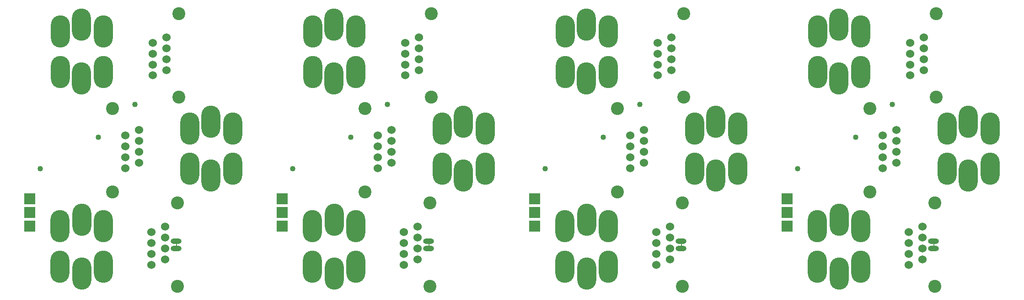
<source format=gbr>
%FSLAX23Y23*%
%MOIN*%
%ADD16O,0.07874X0.03937*%
%ADD19O,0.13780X0.23622*%
%ADD17R,0.01000X0.02000*%
%ADD14R,0.08000X0.08000*%
%ADD70C,0.04000*%
%ADD11C,0.06000*%
%ADD12C,0.09449*%
X000Y000D02*
D02*
D11*
X807Y1374D03*
X807Y1214D03*
X807Y1134D03*
X808Y1294D03*
X907Y1334D03*
X907Y1174D03*
X908Y1413D03*
X908Y1254D03*
X997Y586D03*
X997Y427D03*
X998Y666D03*
X998Y506D03*
X1007Y1971D03*
X1007Y1812D03*
X1008Y2051D03*
X1008Y1891D03*
X1097Y546D03*
X1098Y706D03*
X1098Y626D03*
X1098Y466D03*
X1107Y1931D03*
X1108Y2091D03*
X1108Y2011D03*
X1108Y1851D03*
X2647Y1374D03*
X2647Y1214D03*
X2647Y1134D03*
X2648Y1294D03*
X2747Y1334D03*
X2747Y1174D03*
X2748Y1413D03*
X2748Y1254D03*
X2837Y586D03*
X2837Y427D03*
X2838Y666D03*
X2838Y506D03*
X2847Y1971D03*
X2847Y1812D03*
X2848Y2051D03*
X2848Y1891D03*
X2937Y546D03*
X2938Y706D03*
X2938Y626D03*
X2938Y466D03*
X2947Y1931D03*
X2948Y2091D03*
X2948Y2011D03*
X2948Y1851D03*
X4487Y1374D03*
X4487Y1214D03*
X4487Y1134D03*
X4488Y1294D03*
X4587Y1334D03*
X4587Y1174D03*
X4588Y1413D03*
X4588Y1254D03*
X4677Y586D03*
X4677Y427D03*
X4678Y666D03*
X4678Y506D03*
X4687Y1971D03*
X4687Y1812D03*
X4688Y2051D03*
X4688Y1891D03*
X4777Y546D03*
X4778Y706D03*
X4778Y626D03*
X4778Y466D03*
X4787Y1931D03*
X4788Y2091D03*
X4788Y2011D03*
X4788Y1851D03*
X6327Y1374D03*
X6327Y1214D03*
X6327Y1134D03*
X6328Y1294D03*
X6427Y1334D03*
X6427Y1174D03*
X6428Y1413D03*
X6428Y1254D03*
X6517Y586D03*
X6517Y427D03*
X6518Y666D03*
X6518Y506D03*
X6527Y1971D03*
X6527Y1812D03*
X6528Y2051D03*
X6528Y1891D03*
X6617Y546D03*
X6618Y706D03*
X6618Y626D03*
X6618Y466D03*
X6627Y1931D03*
X6628Y2091D03*
X6628Y2011D03*
X6628Y1851D03*
D02*
D12*
X716Y961D03*
Y1571D03*
X1189Y269D03*
Y879D03*
X1199Y1654D03*
Y2264D03*
X2556Y961D03*
Y1571D03*
X3029Y269D03*
Y879D03*
X3039Y1654D03*
Y2264D03*
X4396Y961D03*
Y1571D03*
X4869Y269D03*
Y879D03*
X4879Y1654D03*
Y2264D03*
X6236Y961D03*
Y1571D03*
X6709Y269D03*
Y879D03*
X6719Y1654D03*
Y2264D03*
D02*
D14*
X113Y710D03*
Y910D03*
X113Y810D03*
X1952Y710D03*
Y910D03*
X1953Y810D03*
X3793Y710D03*
Y910D03*
X3793Y810D03*
X5633Y710D03*
Y910D03*
X5633Y810D03*
D02*
D16*
X1180Y547D03*
Y598D03*
X3020Y547D03*
Y598D03*
X4860Y547D03*
Y598D03*
X6700Y547D03*
Y598D03*
D02*
D17*
X1181Y572D03*
X3021D03*
X4861D03*
X6701D03*
D02*
D19*
X332Y413D03*
Y708D03*
X335Y2132D03*
X335Y1837D03*
X490Y2182D03*
X490Y1788D03*
X491Y757D03*
X492Y363D03*
X647Y708D03*
X647Y413D03*
X650Y1837D03*
Y2132D03*
X1277Y1423D03*
X1277Y1128D03*
X1432Y1473D03*
X1433Y1079D03*
X1592Y1128D03*
Y1423D03*
X2172Y413D03*
Y708D03*
X2175Y2132D03*
X2175Y1837D03*
X2330Y2182D03*
X2330Y1788D03*
X2331Y757D03*
X2332Y363D03*
X2487Y708D03*
X2487Y413D03*
X2490Y1837D03*
Y2132D03*
X3117Y1423D03*
X3117Y1128D03*
X3272Y1473D03*
X3273Y1079D03*
X3432Y1128D03*
Y1423D03*
X4012Y413D03*
Y708D03*
X4015Y2132D03*
X4015Y1837D03*
X4170Y2182D03*
X4170Y1788D03*
X4171Y757D03*
X4172Y363D03*
X4327Y708D03*
X4327Y413D03*
X4330Y1837D03*
Y2132D03*
X4957Y1423D03*
X4957Y1128D03*
X5112Y1473D03*
X5113Y1079D03*
X5272Y1128D03*
Y1423D03*
X5852Y413D03*
Y708D03*
X5855Y2132D03*
X5855Y1837D03*
X6010Y2182D03*
X6010Y1788D03*
X6011Y757D03*
X6012Y363D03*
X6167Y708D03*
X6167Y413D03*
X6170Y1837D03*
Y2132D03*
X6797Y1423D03*
X6797Y1128D03*
X6952Y1473D03*
X6953Y1079D03*
X7112Y1128D03*
Y1423D03*
D02*
D70*
X188Y1130D03*
X613Y1360D03*
X877Y1600D03*
X2027Y1130D03*
X2453Y1360D03*
X2717Y1600D03*
X3868Y1130D03*
X4293Y1360D03*
X4558Y1600D03*
X5707Y1130D03*
X6133Y1360D03*
X6398Y1600D03*
X000Y000D02*
M02*

</source>
